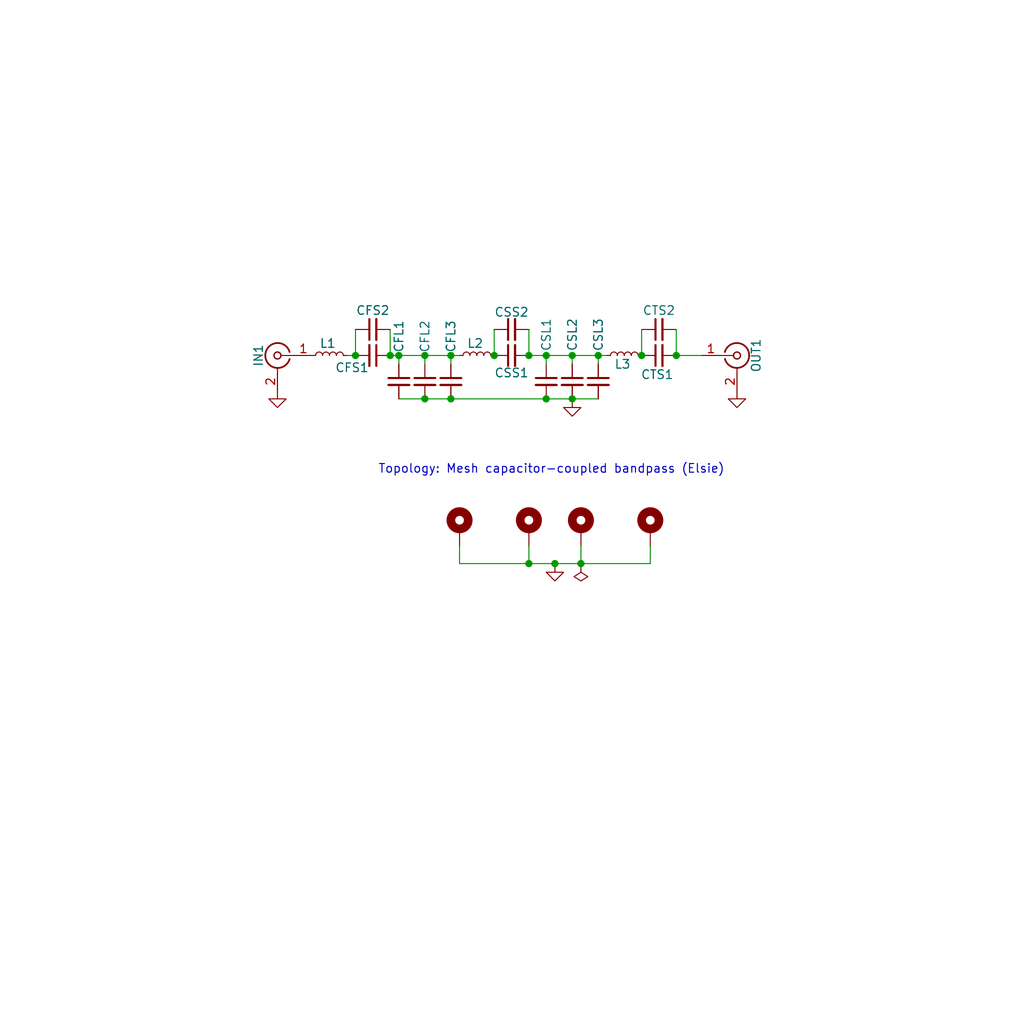
<source format=kicad_sch>
(kicad_sch (version 20241209) (generator "eeschema") (generator_version "8.99")
  (paper "User" 150.012 150.012)
  (title_block (title "3rd order BPF filter designed in Elsie") (date "2024-12-21") (rev "2.01") (company "Dhiru Kholia (VU3CER)"))
  (lib_symbols
    (symbol "Conn_Coaxial_1" (pin_names (offset 1.016) (hide yes))
      (property "Reference" "J" (at 0.254 3.048 0))
      (property "Value" "Conn_Coaxial" (at 2.921 0 90))
      (symbol "Conn_Coaxial_1_0_1"
        (polyline (pts (xy -2.54 0) (xy -0.508 0)))
        (arc (start 1.778 0) (mid 0.222 -1.8079) (end -1.778 -0.508) (stroke (width 0.254)))
        (arc (start -1.778 0.508) (mid 0.2221 1.8084) (end 1.778 0) (stroke (width 0.254)))
        (circle (center 0 0) (radius 0.508) (stroke (width 0.2032)))
        (polyline (pts (xy 0 -2.54) (xy 0 -1.778)))
      )
      (symbol "Conn_Coaxial_1_1_1"
        (pin passive line (at -5.08 0 0) (length 2.54) (name "In") (number "1"))
        (pin passive line (at 0 -5.08 90) (length 2.54) (name "Ext") (number "2"))
      )
    )
    (symbol "Connector:Conn_Coaxial" (pin_names (offset 1.016) (hide yes))
      (property "Reference" "J" (at 0.254 3.048 0))
      (property "Value" "Conn_Coaxial" (at 2.921 0 90))
      (symbol "Conn_Coaxial_0_1"
        (polyline (pts (xy -2.54 0) (xy -0.508 0)))
        (arc (start 1.778 0) (mid 0.222 -1.8079) (end -1.778 -0.508) (stroke (width 0.254)))
        (arc (start -1.778 0.508) (mid 0.2221 1.8084) (end 1.778 0) (stroke (width 0.254)))
        (circle (center 0 0) (radius 0.508) (stroke (width 0.2032)))
        (polyline (pts (xy 0 -2.54) (xy 0 -1.778)))
      )
      (symbol "Conn_Coaxial_1_1"
        (pin passive line (at -5.08 0 0) (length 2.54) (name "In") (number "1"))
        (pin passive line (at 0 -5.08 90) (length 2.54) (name "Ext") (number "2"))
      )
    )
    (symbol "Device:C_Small" (pin_numbers (hide yes)) (pin_names (offset 0.254) (hide yes))
      (property "Reference" "C" (at 0.254 1.778 0))
      (property "Value" "C_Small" (at 0.254 -2.032 0))
      (symbol "C_Small_0_1"
        (polyline (pts (xy -1.524 0.508) (xy 1.524 0.508)) (stroke (width 0.3048)))
        (polyline (pts (xy -1.524 -0.508) (xy 1.524 -0.508)) (stroke (width 0.3302)))
      )
      (symbol "C_Small_1_1"
        (pin passive line (at 0 2.54 270) (length 2.032) (name "~") (number "1"))
        (pin passive line (at 0 -2.54 90) (length 2.032) (name "~") (number "2"))
      )
    )
    (symbol "Device:L_Small" (pin_numbers (hide yes)) (pin_names (offset 0.254) (hide yes))
      (property "Reference" "L" (at 0.762 1.016 0))
      (property "Value" "L_Small" (at 0.762 -1.016 0))
      (symbol "L_Small_0_1"
        (arc (start 0 2.032) (mid 0.5058 1.524) (end 0 1.016))
        (arc (start 0 1.016) (mid 0.5058 0.508) (end 0 0))
        (arc (start 0 0) (mid 0.5058 -0.508) (end 0 -1.016))
        (arc (start 0 -1.016) (mid 0.5058 -1.524) (end 0 -2.032))
      )
      (symbol "L_Small_1_1"
        (pin passive line (at 0 2.54 270) (length 0.508) (name "~") (number "1"))
        (pin passive line (at 0 -2.54 90) (length 0.508) (name "~") (number "2"))
      )
    )
    (symbol "Mechanical:MountingHole_Pad" (pin_numbers (hide yes)) (pin_names (offset 1.016) (hide yes))
      (property "Reference" "H" (at 0 6.35 0))
      (property "Value" "MountingHole_Pad" (at 0 4.445 0))
      (symbol "MountingHole_Pad_0_1"
        (circle (center 0 1.27) (radius 1.27) (stroke (width 1.27)))
      )
      (symbol "MountingHole_Pad_1_1"
        (pin input line (at 0 -2.54 90) (length 2.54) (name "1") (number "1"))
      )
    )
    (symbol "power:GND" (power) (pin_numbers (hide yes)) (pin_names (offset 0) (hide yes))
      (property "Value" "GND" (at 0 -3.81 0))
      (symbol "GND_0_1"
        (polyline (pts (xy 0 0) (xy 0 -1.27) (xy 1.27 -1.27) (xy 0 -2.54) (xy -1.27 -1.27) (xy 0 -1.27)))
      )
      (symbol "GND_1_1"
        (pin power_in line (at 0 0 270) (length 0) (name "~") (number "1"))
      )
    )
    (symbol "power:PWR_FLAG" (power) (pin_numbers (hide yes)) (pin_names (offset 0) (hide yes))
      (property "Value" "PWR_FLAG" (at 0 3.81 0))
      (symbol "PWR_FLAG_0_0"
        (pin power_out line (at 0 0 90) (length 0) (name "~") (number "1"))
      )
      (symbol "PWR_FLAG_0_1"
        (polyline (pts (xy 0 0) (xy 0 1.27) (xy -1.016 1.905) (xy 0 2.54) (xy 1.016 1.905) (xy 0 1.27)))
      )
    )
  )
  (text "Topology: Mesh capacitor-coupled bandpass (Elsie)" (at 80.772 68.834 0) (effects (font (size 1.27 1.27))))
  (junction (at 80.01 58.42))
  (junction (at 83.82 58.42))
  (junction (at 99.06 52.07))
  (junction (at 62.23 58.42))
  (junction (at 58.42 52.07))
  (junction (at 52.07 52.07))
  (junction (at 77.47 82.55))
  (junction (at 66.04 58.42))
  (junction (at 80.01 52.07))
  (junction (at 81.28 82.55))
  (junction (at 62.23 52.07))
  (junction (at 72.39 52.07))
  (junction (at 93.98 52.07))
  (junction (at 66.04 52.07))
  (junction (at 87.63 52.07))
  (junction (at 77.47 52.07))
  (junction (at 57.15 52.07))
  (junction (at 85.09 82.55))
  (junction (at 83.82 52.07))
  (wire (pts (xy 81.28 82.55) (xy 85.09 82.55)))
  (wire (pts (xy 85.09 80.01) (xy 85.09 82.55)))
  (wire (pts (xy 80.01 52.07) (xy 83.82 52.07)))
  (wire (pts (xy 87.63 52.07) (xy 87.63 53.34)))
  (wire (pts (xy 83.82 52.07) (xy 83.82 53.34)))
  (wire (pts (xy 93.98 48.26) (xy 93.98 52.07)))
  (wire (pts (xy 99.06 52.07) (xy 102.87 52.07)))
  (wire (pts (xy 77.47 52.07) (xy 80.01 52.07)))
  (wire (pts (xy 99.06 48.26) (xy 99.06 52.07)))
  (wire (pts (xy 58.42 52.07) (xy 58.42 53.34)))
  (wire (pts (xy 50.8 52.07) (xy 52.07 52.07)))
  (wire (pts (xy 80.01 52.07) (xy 80.01 53.34)))
  (wire (pts (xy 72.39 48.26) (xy 72.39 52.07)))
  (wire (pts (xy 83.82 58.42) (xy 87.63 58.42)))
  (wire (pts (xy 52.07 48.26) (xy 52.07 52.07)))
  (wire (pts (xy 62.23 52.07) (xy 66.04 52.07)))
  (wire (pts (xy 58.42 52.07) (xy 62.23 52.07)))
  (wire (pts (xy 58.42 58.42) (xy 62.23 58.42)))
  (wire (pts (xy 62.23 52.07) (xy 62.23 53.34)))
  (wire (pts (xy 57.15 52.07) (xy 58.42 52.07)))
  (wire (pts (xy 66.04 52.07) (xy 67.31 52.07)))
  (wire (pts (xy 83.82 52.07) (xy 87.63 52.07)))
  (wire (pts (xy 80.01 58.42) (xy 83.82 58.42)))
  (wire (pts (xy 67.31 82.55) (xy 77.47 82.55)))
  (wire (pts (xy 95.25 82.55) (xy 95.25 80.01)))
  (wire (pts (xy 77.47 80.01) (xy 77.47 82.55)))
  (wire (pts (xy 77.47 82.55) (xy 81.28 82.55)))
  (wire (pts (xy 87.63 52.07) (xy 88.9 52.07)))
  (wire (pts (xy 66.04 52.07) (xy 66.04 53.34)))
  (wire (pts (xy 57.15 48.26) (xy 57.15 52.07)))
  (wire (pts (xy 67.31 80.01) (xy 67.31 82.55)))
  (wire (pts (xy 66.04 58.42) (xy 80.01 58.42)))
  (wire (pts (xy 77.47 48.26) (xy 77.47 52.07)))
  (wire (pts (xy 62.23 58.42) (xy 66.04 58.42)))
  (wire (pts (xy 85.09 82.55) (xy 95.25 82.55)))
  (symbol (lib_id "Device:C_Small") (at 62.23 55.88 0) (unit 1)
    (property "Reference" "CFL2" (at 62.23 49.276 90))
    (property "Value" "100n" (effects (hide yes)))
    (property "Footprint" "Capacitor_SMD:C_1206_3216Metric_Pad1.33x1.80mm_HandSolder" (effects (hide yes)))
    (property "Description" "Unpolarized capacitor, small symbol" (effects (hide yes)))
  )
  (symbol (lib_name "Conn_Coaxial_1") (lib_id "Connector:Conn_Coaxial") (at 40.64 52.07 0) (mirror y) (unit 1)
    (property "Reference" "IN1" (at 37.846 52.07 90))
    (property "Value" "SMA" (effects (hide yes)))
    (property "Footprint" "Connector_Coaxial:SMA_Samtec_SMA-J-P-H-ST-EM1_EdgeMount" (effects (hide yes)))
    (property "Description" "coaxial connector (BNC, SMA, SMB, SMC, Cinch/RCA, LEMO, ...)" (effects (hide yes)))
  )
  (symbol (lib_id "Device:L_Small") (at 91.44 52.07 90) (unit 1)
    (property "Reference" "L3" (at 91.186 53.34 90))
    (property "Value" "L_Small" (effects (hide yes)))
    (property "Footprint" "footprints:T50-6" (effects (hide yes)))
    (property "Description" "Inductor, small symbol" (effects (hide yes)))
  )
  (symbol (lib_id "Device:L_Small") (at 69.85 52.07 90) (unit 1)
    (property "Reference" "L2" (at 69.596 50.292 90))
    (property "Value" "L_Small" (effects (hide yes)))
    (property "Footprint" "footprints:T50-6" (effects (hide yes)))
    (property "Description" "Inductor, small symbol" (effects (hide yes)))
  )
  (symbol (lib_id "Device:C_Small") (at 54.61 48.26 90) (unit 1)
    (property "Reference" "CFS2" (at 54.61 45.466 90))
    (property "Value" "100n" (effects (hide yes)))
    (property "Footprint" "Capacitor_SMD:C_1206_3216Metric_Pad1.33x1.80mm_HandSolder" (effects (hide yes)))
    (property "Description" "Unpolarized capacitor, small symbol" (effects (hide yes)))
  )
  (symbol (lib_id "Device:C_Small") (at 58.42 55.88 0) (unit 1)
    (property "Reference" "CFL1" (at 58.42 49.276 90))
    (property "Value" "100n" (effects (hide yes)))
    (property "Footprint" "Capacitor_SMD:C_1206_3216Metric_Pad1.33x1.80mm_HandSolder" (effects (hide yes)))
    (property "Description" "Unpolarized capacitor, small symbol" (effects (hide yes)))
  )
  (symbol (lib_id "Mechanical:MountingHole_Pad") (at 67.31 77.47 0) (unit 1)
    (property "Reference" "H1" (effects (hide yes)))
    (property "Value" "MountingHole_Pad" (effects (hide yes)))
    (property "Footprint" "MountingHole:MountingHole_2.2mm_M2_Pad_Via" (effects (hide yes)))
  )
  (symbol (lib_id "Device:C_Small") (at 80.01 55.88 0) (unit 1)
    (property "Reference" "CSL1" (at 80.01 49.022 90))
    (property "Value" "100n" (effects (hide yes)))
    (property "Footprint" "Capacitor_SMD:C_1206_3216Metric_Pad1.33x1.80mm_HandSolder" (effects (hide yes)))
    (property "Description" "Unpolarized capacitor, small symbol" (effects (hide yes)))
  )
  (symbol (lib_id "Device:C_Small") (at 66.04 55.88 0) (unit 1)
    (property "Reference" "CFL3" (at 66.04 49.276 90))
    (property "Value" "100n" (effects (hide yes)))
    (property "Footprint" "Capacitor_SMD:C_1206_3216Metric_Pad1.33x1.80mm_HandSolder" (effects (hide yes)))
    (property "Description" "Unpolarized capacitor, small symbol" (effects (hide yes)))
  )
  (symbol (lib_id "Device:C_Small") (at 87.63 55.88 0) (unit 1)
    (property "Reference" "CSL3" (at 87.63 49.022 90))
    (property "Value" "100n" (effects (hide yes)))
    (property "Footprint" "Capacitor_SMD:C_1206_3216Metric_Pad1.33x1.80mm_HandSolder" (effects (hide yes)))
    (property "Description" "Unpolarized capacitor, small symbol" (effects (hide yes)))
  )
  (symbol (lib_id "power:GND") (at 107.95 57.15 0) (mirror y) (unit 1)
    (property "Reference" "#PWR03" (effects (hide yes)))
    (property "Value" "GND" (effects (hide yes)))
    (property "Description" "Power symbol creates a global label with name \"GND\" , ground" (effects (hide yes)))
  )
  (symbol (lib_id "Device:C_Small") (at 54.61 52.07 270) (unit 1)
    (property "Reference" "CFS1" (at 51.562 53.848 90))
    (property "Value" "100n" (effects (hide yes)))
    (property "Footprint" "Capacitor_SMD:C_1206_3216Metric_Pad1.33x1.80mm_HandSolder" (effects (hide yes)))
    (property "Description" "Unpolarized capacitor, small symbol" (effects (hide yes)))
  )
  (symbol (lib_id "Device:C_Small") (at 74.93 48.26 90) (unit 1)
    (property "Reference" "CSS2" (at 74.93 45.72 90))
    (property "Value" "100n" (effects (hide yes)))
    (property "Footprint" "Capacitor_SMD:C_1206_3216Metric_Pad1.33x1.80mm_HandSolder" (effects (hide yes)))
    (property "Description" "Unpolarized capacitor, small symbol" (effects (hide yes)))
  )
  (symbol (lib_id "Device:L_Small") (at 48.26 52.07 90) (unit 1)
    (property "Reference" "L1" (at 48.006 50.292 90))
    (property "Value" "L_Small" (effects (hide yes)))
    (property "Footprint" "footprints:T50-6" (effects (hide yes)))
    (property "Description" "Inductor, small symbol" (effects (hide yes)))
  )
  (symbol (lib_id "power:GND") (at 83.82 58.42 0) (unit 1)
    (property "Reference" "#PWR04" (effects (hide yes)))
    (property "Value" "GND" (effects (hide yes)))
    (property "Description" "Power symbol creates a global label with name \"GND\" , ground" (effects (hide yes)))
  )
  (symbol (lib_id "Mechanical:MountingHole_Pad") (at 77.47 77.47 0) (unit 1)
    (property "Reference" "H2" (effects (hide yes)))
    (property "Value" "MountingHole_Pad" (effects (hide yes)))
    (property "Footprint" "MountingHole:MountingHole_2.2mm_M2_Pad_Via" (effects (hide yes)))
  )
  (symbol (lib_id "power:GND") (at 81.28 82.55 0) (unit 1)
    (property "Reference" "#PWR01" (effects (hide yes)))
    (property "Value" "GND" (effects (hide yes)))
    (property "Description" "Power symbol creates a global label with name \"GND\" , ground" (effects (hide yes)))
  )
  (symbol (lib_id "power:GND") (at 40.64 57.15 0) (unit 1)
    (property "Reference" "#PWR02" (effects (hide yes)))
    (property "Value" "GND" (effects (hide yes)))
    (property "Description" "Power symbol creates a global label with name \"GND\" , ground" (effects (hide yes)))
  )
  (symbol (lib_id "Device:C_Small") (at 74.93 52.07 90) (unit 1)
    (property "Reference" "CSS1" (at 74.93 54.61 90))
    (property "Value" "100n" (effects (hide yes)))
    (property "Footprint" "Capacitor_SMD:C_1206_3216Metric_Pad1.33x1.80mm_HandSolder" (effects (hide yes)))
    (property "Description" "Unpolarized capacitor, small symbol" (effects (hide yes)))
  )
  (symbol (lib_id "Device:C_Small") (at 83.82 55.88 0) (unit 1)
    (property "Reference" "CSL2" (at 83.82 49.022 90))
    (property "Value" "100n" (effects (hide yes)))
    (property "Footprint" "Capacitor_SMD:C_1206_3216Metric_Pad1.33x1.80mm_HandSolder" (effects (hide yes)))
    (property "Description" "Unpolarized capacitor, small symbol" (effects (hide yes)))
  )
  (symbol (lib_id "Device:C_Small") (at 96.52 52.07 90) (unit 1)
    (property "Reference" "CTS1" (at 96.266 54.864 90))
    (property "Value" "100n" (effects (hide yes)))
    (property "Footprint" "Capacitor_SMD:C_1206_3216Metric_Pad1.33x1.80mm_HandSolder" (effects (hide yes)))
    (property "Description" "Unpolarized capacitor, small symbol" (effects (hide yes)))
  )
  (symbol (lib_id "power:PWR_FLAG") (at 85.09 82.55 180) (unit 1)
    (property "Reference" "#FLG02" (effects (hide yes)))
    (property "Value" "PWR_FLAG" (effects (hide yes)))
    (property "Description" "Special symbol for telling ERC where power comes from" (effects (hide yes)))
  )
  (symbol (lib_id "Device:C_Small") (at 96.52 48.26 90) (unit 1)
    (property "Reference" "CTS2" (at 96.52 45.466 90))
    (property "Value" "100n" (effects (hide yes)))
    (property "Footprint" "Capacitor_SMD:C_1206_3216Metric_Pad1.33x1.80mm_HandSolder" (effects (hide yes)))
    (property "Description" "Unpolarized capacitor, small symbol" (effects (hide yes)))
  )
  (symbol (lib_id "Mechanical:MountingHole_Pad") (at 85.09 77.47 0) (unit 1)
    (property "Reference" "H3" (effects (hide yes)))
    (property "Value" "MountingHole_Pad" (effects (hide yes)))
    (property "Footprint" "MountingHole:MountingHole_2.2mm_M2_Pad_Via" (effects (hide yes)))
  )
  (symbol (lib_id "Connector:Conn_Coaxial") (at 107.95 52.07 0) (unit 1)
    (property "Reference" "OUT1" (at 110.744 52.07 90))
    (property "Value" "SMA" (effects (hide yes)))
    (property "Footprint" "Connector_Coaxial:SMA_Samtec_SMA-J-P-H-ST-EM1_EdgeMount" (effects (hide yes)))
    (property "Description" "coaxial connector (BNC, SMA, SMB, SMC, Cinch/RCA, LEMO, ...)" (effects (hide yes)))
  )
  (symbol (lib_id "Mechanical:MountingHole_Pad") (at 95.25 77.47 0) (mirror y) (unit 1)
    (property "Reference" "H4" (effects (hide yes)))
    (property "Value" "MountingHole_Pad" (effects (hide yes)))
    (property "Footprint" "MountingHole:MountingHole_2.2mm_M2_Pad_Via" (effects (hide yes)))
  )
)
</source>
